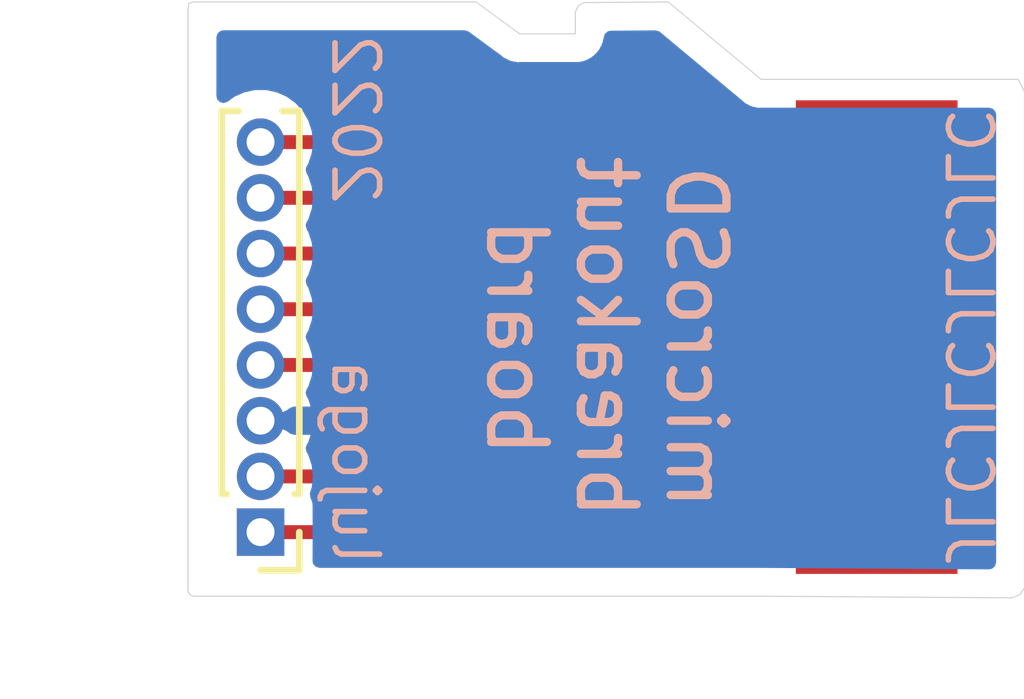
<source format=kicad_pcb>
(kicad_pcb (version 20211014) (generator pcbnew)
  (layers (0 "F.Cu" signal) (31 "B.Cu" signal) (36 "B.SilkS" user "B.Silkscreen") (37 "F.SilkS" user "F.Silkscreen") (38 "B.Mask" user) (39 "F.Mask" user) (44 "Edge.Cuts" user))
  (net 0 "")
  (net 1 "Net-(J1-Pad1)")
  (net 2 "Net-(J1-Pad2)")
  (net 3 "Net-(J1-Pad3)")
  (net 4 "Net-(J1-Pad4)")
  (net 5 "Net-(J1-Pad5)")
  (net 6 "Net-(J1-Pad6)")
  (net 7 "Net-(J1-Pad7)")
  (net 8 "Net-(J1-Pad8)")
  (footprint "microsd-breakout:microSD" (layer "F.Cu") (at 142 105)
    (fp_text reference "SD1" hide)
    (fp_text value "Micro_SD_Card")
    (fp_line (start 7.000266 -10.596623) (end 6.945392 -10.484916) (layer "Edge.Cuts") (width 0.02))
    (fp_line (start 0.092109 -10.665214) (end 0.013718 -10.639738) (layer "Edge.Cuts") (width 0.02))
    (fp_line (start 8.611189 -10.665214) (end 7.094334 -10.653456) (layer "Edge.Cuts") (width 0.02))
    (fp_line (start 0 -0.078587) (end 0.052914 -0.011955) (layer "Edge.Cuts") (width 0.02))
    (fp_line (start 15.000009 -9.054291) (end 14.888303 -9.275744) (layer "Edge.Cuts") (width 0.02))
    (fp_line (start 14.919659 -0.029593) (end 15.000009 -0.151098) (layer "Edge.Cuts") (width 0.02))
    (fp_line (start 0.052914 -0.011955) (end 0.103867 0) (layer "Edge.Cuts") (width 0.02))
    (fp_line (start 14.774637 0.0292) (end 14.919659 -0.029593) (layer "Edge.Cuts") (width 0.02))
    (fp_line (start 6.945392 -10.484916) (end 6.945392 -10.094924) (layer "Edge.Cuts") (width 0.02))
    (fp_line (start 9.477403 0) (end 10.300503 0) (layer "Edge.Cuts") (width 0.02))
    (fp_line (start 6.945392 -10.094924) (end 5.943955 -10.094924) (layer "Edge.Cuts") (width 0.02))
    (fp_line (start 5.16593 -10.665214) (end 0.092109 -10.665214) (layer "Edge.Cuts") (width 0.02))
    (fp_line (start 5.943955 -10.094924) (end 5.16593 -10.665214) (layer "Edge.Cuts") (width 0.02))
    (fp_line (start 15.000009 -0.151098) (end 15.000009 -9.054291) (layer "Edge.Cuts") (width 0.02))
    (fp_line (start 10.276986 -9.275744) (end 8.611189 -10.665214) (layer "Edge.Cuts") (width 0.02))
    (fp_line (start 0 -10.53979) (end 0 -0.078587) (layer "Edge.Cuts") (width 0.02))
    (fp_line (start 14.66685 -9.275744) (end 10.276986 -9.275744) (layer "Edge.Cuts") (width 0.02))
    (fp_line (start 0.103867 0) (end 9.477403 0) (layer "Edge.Cuts") (width 0.02))
    (fp_line (start 10.300503 0) (end 14.774637 0.0292) (layer "Edge.Cuts") (width 0.02))
    (fp_line (start 0.013718 -10.639738) (end 0 -10.53979) (layer "Edge.Cuts") (width 0.02))
    (fp_line (start 7.094334 -10.653456) (end 7.000266 -10.596623) (layer "Edge.Cuts") (width 0.02))
    (fp_line (start 14.888303 -9.275744) (end 14.66685 -9.275744) (layer "Edge.Cuts") (width 0.02))
    (pad "1" connect rect (at 12.35 -7.4) (size 2.9 0.8) (layers "F.Cu" "F.Mask") (net 7 "Net-(J1-Pad7)"))
    (pad "2" connect rect (at 12.35 -6.3) (size 2.9 0.8) (layers "F.Cu" "F.Mask") (net 6 "Net-(J1-Pad6)"))
    (pad "4" connect rect (at 12.5 -5.2) (size 3.2 0.8) (layers "F.Cu" "F.Mask") (net 5 "Net-(J1-Pad5)"))
    (pad "5" connect rect (at 12.35 -4.1) (size 2.9 0.8) (layers "F.Cu" "F.Mask") (net 4 "Net-(J1-Pad4)"))
    (pad "6" connect rect (at 12.5 -3) (size 3.2 0.8) (layers "F.Cu" "F.Mask") (net 3 "Net-(J1-Pad3)"))
    (pad "7" connect rect (at 12.35 -1.9) (size 2.9 0.8) (layers "F.Cu" "F.Mask") (net 2 "Net-(J1-Pad2)"))
    (pad "8" connect rect (at 12.35 -0.8) (size 2.9 0.8) (layers "F.Cu" "F.Mask") (net 1 "Net-(J1-Pad1)"))
    (pad "9" connect rect (at 12.35 -8.5) (size 2.9 0.8) (layers "F.Cu" "F.Mask") (net 8 "Net-(J1-Pad8)"))
  )
  (footprint "Connector_PinHeader_1.00mm:PinHeader_1x08_P1.00mm_Vertical" (layer "F.Cu") (at 143.3 103.85 180)
    (fp_text reference "J1" hide)
    (fp_text value "Conn_01x08")
    (fp_line (start -0.695 0.685) (end -0.608276 0.685) (layer "F.SilkS") (width 0.12))
    (fp_line (start 0.608276 0.685) (end 0.695 0.685) (layer "F.SilkS") (width 0.12))
    (fp_line (start -0.695 0.685) (end -0.695 7.56) (layer "F.SilkS") (width 0.12))
    (fp_line (start 0.394493 7.56) (end 0.695 7.56) (layer "F.SilkS") (width 0.12))
    (fp_line (start -0.695 7.56) (end -0.394493 7.56) (layer "F.SilkS") (width 0.12))
    (fp_line (start 0.695 0.685) (end 0.695 7.56) (layer "F.SilkS") (width 0.12))
    (fp_line (start -0.695 -0.685) (end 0 -0.685) (layer "F.SilkS") (width 0.12))
    (fp_line (start -0.695 0) (end -0.695 -0.685) (layer "F.SilkS") (width 0.12))
    (pad "1" thru_hole rect (at 0 0 180) (size 0.85 0.85) (drill 0.5) (layers *.Cu *.Mask) (net 1 "Net-(J1-Pad1)"))
    (pad "2" thru_hole oval (at 0 1 180) (size 0.85 0.85) (drill 0.5) (layers *.Cu *.Mask) (net 2 "Net-(J1-Pad2)"))
    (pad "3" thru_hole oval (at 0 2 180) (size 0.85 0.85) (drill 0.5) (layers *.Cu *.Mask) (net 3 "Net-(J1-Pad3)"))
    (pad "4" thru_hole oval (at 0 3 180) (size 0.85 0.85) (drill 0.5) (layers *.Cu *.Mask) (net 4 "Net-(J1-Pad4)"))
    (pad "5" thru_hole oval (at 0 4 180) (size 0.85 0.85) (drill 0.5) (layers *.Cu *.Mask) (net 5 "Net-(J1-Pad5)"))
    (pad "6" thru_hole oval (at 0 5 180) (size 0.85 0.85) (drill 0.5) (layers *.Cu *.Mask) (net 6 "Net-(J1-Pad6)"))
    (pad "7" thru_hole oval (at 0 6 180) (size 0.85 0.85) (drill 0.5) (layers *.Cu *.Mask) (net 7 "Net-(J1-Pad7)"))
    (pad "8" thru_hole oval (at 0 7 180) (size 0.85 0.85) (drill 0.5) (layers *.Cu *.Mask) (net 8 "Net-(J1-Pad8)"))
  )
  (gr_text "JLCJLCJLCJLC" (at 156 100.35 -90) (layer "B.SilkS") (effects (font (size 0.8 0.8) (thickness 0.1)) (justify mirror)))
  (gr_text "lujoga" (at 145 104.5 -90) (layer "B.SilkS") (effects (font (size 0.8 0.8) (thickness 0.1)) (justify left mirror)))
  (gr_text "2022" (at 145 94.85 -90) (layer "B.SilkS") (effects (font (size 0.8 0.8) (thickness 0.1)) (justify right mirror)))
  (gr_text "microSD\nbreakout\nboard" (at 149.5 100.35 -90) (layer "B.SilkS") (effects (font (size 1 1)) (justify mirror)))
  (segment (start 152.35 104.2) (end 154.35 104.2) (width 0.25) (layer "F.Cu") (net 1))
  (segment (start 143.3 103.85) (end 152 103.85) (width 0.25) (layer "F.Cu") (net 1))
  (segment (start 152 103.85) (end 152.35 104.2) (width 0.25) (layer "F.Cu") (net 1))
  (segment (start 152 102.85) (end 152.25 103.1) (width 0.25) (layer "F.Cu") (net 2))
  (segment (start 152.25 103.1) (end 154.35 103.1) (width 0.25) (layer "F.Cu") (net 2))
  (segment (start 143.3 102.85) (end 152 102.85) (width 0.25) (layer "F.Cu") (net 2))
  (segment (start 143.3 101.85) (end 152 101.85) (width 0.25) (layer "F.Cu") (net 3))
  (segment (start 152 101.85) (end 152.15 102) (width 0.25) (layer "F.Cu") (net 3))
  (segment (start 152.15 102) (end 154.5 102) (width 0.25) (layer "F.Cu") (net 3))
  (segment (start 152.05 100.9) (end 154.35 100.9) (width 0.25) (layer "F.Cu") (net 4))
  (segment (start 152 100.85) (end 152.05 100.9) (width 0.25) (layer "F.Cu") (net 4))
  (segment (start 143.3 100.85) (end 152 100.85) (width 0.25) (layer "F.Cu") (net 4))
  (segment (start 152 99.85) (end 152.05 99.8) (width 0.25) (layer "F.Cu") (net 5))
  (segment (start 152.05 99.8) (end 154.5 99.8) (width 0.25) (layer "F.Cu") (net 5))
  (segment (start 143.3 99.85) (end 152 99.85) (width 0.25) (layer "F.Cu") (net 5))
  (segment (start 143.3 98.85) (end 152 98.85) (width 0.25) (layer "F.Cu") (net 6))
  (segment (start 152 98.85) (end 152.15 98.7) (width 0.25) (layer "F.Cu") (net 6))
  (segment (start 152.15 98.7) (end 154.35 98.7) (width 0.25) (layer "F.Cu") (net 6))
  (segment (start 152 97.85) (end 152.25 97.6) (width 0.25) (layer "F.Cu") (net 7))
  (segment (start 143.3 97.85) (end 152 97.85) (width 0.25) (layer "F.Cu") (net 7))
  (segment (start 152.25 97.6) (end 154.35 97.6) (width 0.25) (layer "F.Cu") (net 7))
  (segment (start 143.3 96.85) (end 152 96.85) (width 0.25) (layer "F.Cu") (net 8))
  (segment (start 152.35 96.5) (end 154.35 96.5) (width 0.25) (layer "F.Cu") (net 8))
  (segment (start 152 96.85) (end 152.35 96.5) (width 0.25) (layer "F.Cu") (net 8))
  (zone (net 3) (net_name "Net-(J1-Pad3)") (layer "B.Cu") (connect_pads (clearance 0.508)) (min_thickness 0.254) (fill yes (thermal_gap 0.508) (thermal_bridge_width 0.508))
    (polygon (pts (xy 147.95 94.9) (xy 148.95 94.9) (xy 148.95 94.3) (xy 150.6 94.3) (xy 150.75 94.45) (xy 152.25 95.7) (xy 157 95.7) (xy 157 105) (xy 156.8 105.05) (xy 142 105) (xy 142 94.3) (xy 147.15 94.3)))
  )
)
</source>
